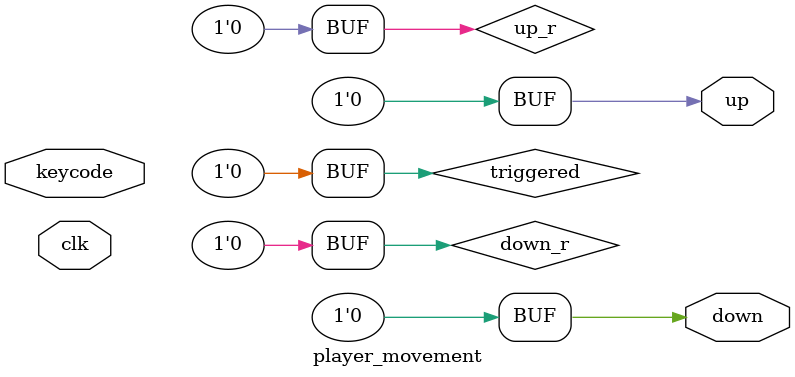
<source format=v>
module player_movement (
    input wire clk,          // Clock input
    input wire [3:0] keycode, // 4-bit keycode input from keypad
    output wire up,          // Output: move up
    output wire down,        // Output: move down

);

    // Register to store key value from keypad
    reg key;

    reg up_r = 0;           // Register for up signal
    reg down_r = 0;         // Register for down signal
    reg out = 0;            // Output enable register
    reg triggered = 0;      // Trigger flag
    reg triggered_old = 0;  // Previous trigger flag
    reg[23:0] dead_zone = 24'b0; // Dead zone counter

    // Output assignments: only assert up/down if 'out' is high
    assign up = out ? up_r : 0;
    assign down = out ? down_r : 0;

    // Output pulse and dead zone logic
    always @(posedge clk) begin
        if (triggered != triggered_old && dead_zone == 24'b0) begin
            out <= 1;                   // Enable output pulse
            triggered_old <= triggered; // Update previous trigger
            dead_zone <= dead_zone + 1'b1; // Start dead zone
        end
        else begin
            out <= 0;                   // Disable output
            if (dead_zone != 24'b0) begin
                dead_zone <= dead_zone + 1'b1; // Increment dead zone
            end
        end
    end
endmodule
</source>
